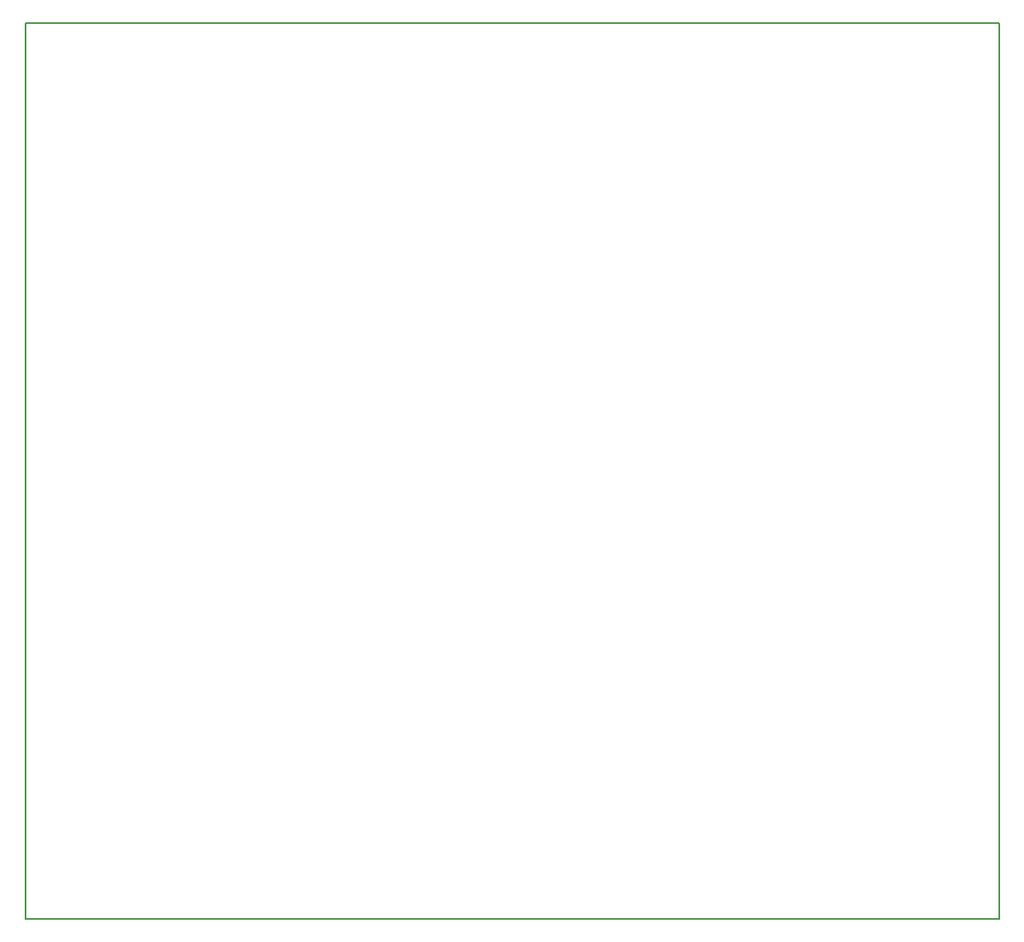
<source format=gm1>
%TF.GenerationSoftware,KiCad,Pcbnew,8.0.1-rc1*%
%TF.CreationDate,2024-08-02T11:20:45-04:00*%
%TF.ProjectId,Schema,53636865-6d61-42e6-9b69-6361645f7063,rev?*%
%TF.SameCoordinates,Original*%
%TF.FileFunction,Profile,NP*%
%FSLAX46Y46*%
G04 Gerber Fmt 4.6, Leading zero omitted, Abs format (unit mm)*
G04 Created by KiCad (PCBNEW 8.0.1-rc1) date 2024-08-02 11:20:45*
%MOMM*%
%LPD*%
G01*
G04 APERTURE LIST*
%TA.AperFunction,Profile*%
%ADD10C,0.200000*%
%TD*%
G04 APERTURE END LIST*
D10*
X70070000Y-32380000D02*
X170070000Y-32380000D01*
X170070000Y-124380000D01*
X70070000Y-124380000D01*
X70070000Y-32380000D01*
M02*

</source>
